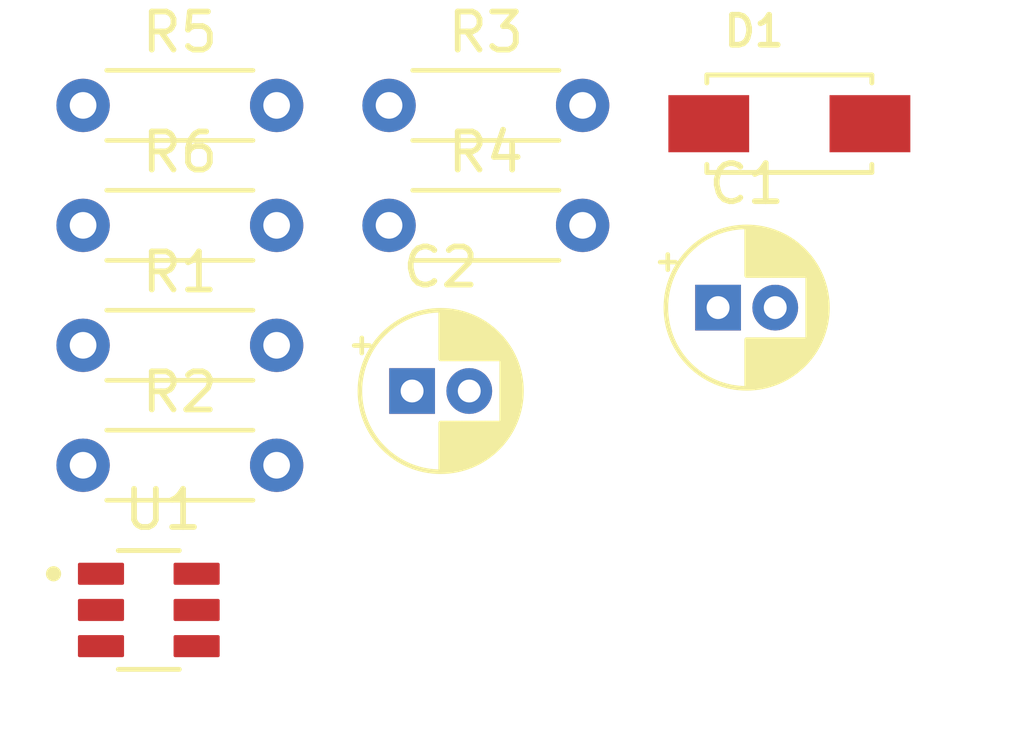
<source format=kicad_pcb>
(kicad_pcb (version 20211014) (generator pcbnew)
  (layers (0 "F.Cu" signal) (31 "B.Cu" signal) (34 "B.Paste" user) (35 "F.Paste" user) (36 "B.SilkS" user "B.Silkscreen") (37 "F.SilkS" user "F.Silkscreen") (38 "B.Mask" user) (39 "F.Mask" user) (44 "Edge.Cuts" user))
  (net 0 "")
  (net 1 "+12V")
  (net 2 "GND")
  (net 3 "-12V")
  (net 4 "Pilot_OUT")
  (net 5 "+3.3V")
  (net 6 "Net-(U1-Pad3)")
  (net 7 "Net-(U1-Pad1)")
  (net 8 "Pilot_ADC")
  (net 9 "Pilot_PWM")
  (footprint "symbols-footprints:SOT95P280X145-6N" (layer "F.Cu") (at 126.370199 95.75)
    (fp_text reference "U1" (at 0.375 -2.635) (layer "F.SilkS"))
    (fp_text value "TLV1805QDBVRQ1")
    (fp_line (start -0.8 1.56) (end 0.8 1.56) (layer "F.SilkS") (width 0.127))
    (fp_line (start 0.8 -1.56) (end -0.8 -1.56) (layer "F.SilkS") (width 0.127))
    (fp_circle (center -2.5 -0.95) (end -2.4 -0.95) (layer "F.SilkS") (width 0.2) (fill none))
    (pad "1" smd roundrect locked (at -1.255 -0.95) (size 1.21 0.58) (layers "F.Cu" "F.Paste" "F.Mask") (roundrect_rratio 0.07) (net 7 "Net-(U1-Pad1)"))
    (pad "2" smd roundrect locked (at -1.255 0) (size 1.21 0.58) (layers "F.Cu" "F.Paste" "F.Mask") (roundrect_rratio 0.07) (net 3 "-12V"))
    (pad "3" smd roundrect locked (at -1.255 0.95) (size 1.21 0.58) (layers "F.Cu" "F.Paste" "F.Mask") (roundrect_rratio 0.07) (net 6 "Net-(U1-Pad3)"))
    (pad "4" smd roundrect locked (at 1.255 0.95) (size 1.21 0.58) (layers "F.Cu" "F.Paste" "F.Mask") (roundrect_rratio 0.07) (net 9 "Pilot_PWM"))
    (pad "5" smd roundrect locked (at 1.255 0) (size 1.21 0.58) (layers "F.Cu" "F.Paste" "F.Mask") (roundrect_rratio 0.07) (net 3 "-12V"))
    (pad "6" smd roundrect locked (at 1.255 -0.95) (size 1.21 0.58) (layers "F.Cu" "F.Paste" "F.Mask") (roundrect_rratio 0.07) (net 1 "+12V"))
  )
  (footprint "Resistor_THT:R_Axial_DIN0204_L3.6mm_D1.6mm_P5.08mm_Horizontal" (layer "F.Cu") (at 124.645199 91.95)
    (fp_text reference "R2" (at 2.54 -1.92) (layer "F.SilkS"))
    (fp_text value "200k Tol1%")
    (fp_line (start 0.62 0.92) (end 4.46 0.92) (layer "F.SilkS") (width 0.12))
    (fp_line (start 0.62 -0.92) (end 4.46 -0.92) (layer "F.SilkS") (width 0.12))
    (pad "1" thru_hole circle (at 0 0) (size 1.4 1.4) (drill 0.7) (layers *.Cu *.Mask) (net 6 "Net-(U1-Pad3)"))
    (pad "2" thru_hole oval (at 5.08 0) (size 1.4 1.4) (drill 0.7) (layers *.Cu *.Mask) (net 2 "GND"))
  )
  (footprint "Resistor_THT:R_Axial_DIN0204_L3.6mm_D1.6mm_P5.08mm_Horizontal" (layer "F.Cu") (at 132.675199 82.5)
    (fp_text reference "R3" (at 2.54 -1.92) (layer "F.SilkS"))
    (fp_text value "1k Tol1%")
    (fp_line (start 0.62 -0.92) (end 4.46 -0.92) (layer "F.SilkS") (width 0.12))
    (fp_line (start 0.62 0.92) (end 4.46 0.92) (layer "F.SilkS") (width 0.12))
    (pad "1" thru_hole circle (at 0 0) (size 1.4 1.4) (drill 0.7) (layers *.Cu *.Mask) (net 7 "Net-(U1-Pad1)"))
    (pad "2" thru_hole oval (at 5.08 0) (size 1.4 1.4) (drill 0.7) (layers *.Cu *.Mask) (net 4 "Pilot_OUT"))
  )
  (footprint "Capacitor_THT:CP_Radial_D4.0mm_P1.50mm" (layer "F.Cu") (at 141.31 87.81)
    (fp_text reference "C1" (at 0.75 -3.25) (layer "F.SilkS"))
    (fp_text value "0.1uF 25V")
    (fp_line (start 1.39 0.84) (end 1.39 1.982) (layer "F.SilkS") (width 0.12))
    (fp_line (start 1.27 0.84) (end 1.27 2.016) (layer "F.SilkS") (width 0.12))
    (fp_line (start 1.23 0.84) (end 1.23 2.025) (layer "F.SilkS") (width 0.12))
    (fp_line (start 2.631 -0.94) (end 2.631 0.94) (layer "F.SilkS") (width 0.12))
    (fp_line (start 2.071 0.84) (end 2.071 1.619) (layer "F.SilkS") (width 0.12))
    (fp_line (start 1.791 -1.808) (end 1.791 -0.84) (layer "F.SilkS") (width 0.12))
    (fp_line (start 1.27 -2.016) (end 1.27 -0.84) (layer "F.SilkS") (width 0.12))
    (fp_line (start 1.631 -1.889) (end 1.631 -0.84) (layer "F.SilkS") (width 0.12))
    (fp_line (start 0.79 0.84) (end 0.79 2.08) (layer "F.SilkS") (width 0.12))
    (fp_line (start 1.631 0.84) (end 1.631 1.889) (layer "F.SilkS") (width 0.12))
    (fp_line (start 0.75 -2.08) (end 0.75 -0.84) (layer "F.SilkS") (width 0.12))
    (fp_line (start 1.31 -2.005) (end 1.31 -0.84) (layer "F.SilkS") (width 0.12))
    (fp_line (start 1.19 -2.034) (end 1.19 -0.84) (layer "F.SilkS") (width 0.12))
    (fp_line (start 1.471 -1.954) (end 1.471 -0.84) (layer "F.SilkS") (width 0.12))
    (fp_line (start 1.551 0.84) (end 1.551 1.924) (layer "F.SilkS") (width 0.12))
    (fp_line (start 1.511 -1.94) (end 1.511 -0.84) (layer "F.SilkS") (width 0.12))
    (fp_line (start 1.15 -2.042) (end 1.15 -0.84) (layer "F.SilkS") (width 0.12))
    (fp_line (start 1.911 0.84) (end 1.911 1.735) (layer "F.SilkS") (width 0.12))
    (fp_line (start 1.831 0.84) (end 1.831 1.785) (layer "F.SilkS") (width 0.12))
    (fp_line (start 1.471 0.84) (end 1.471 1.954) (layer "F.SilkS") (width 0.12))
    (fp_line (start 1.871 0.84) (end 1.871 1.76) (layer "F.SilkS") (width 0.12))
    (fp_line (start 1.591 -1.907) (end 1.591 -0.84) (layer "F.SilkS") (width 0.12))
    (fp_line (start 2.551 -1.08) (end 2.551 1.08) (layer "F.SilkS") (width 0.12))
    (fp_line (start -1.319801 -1.395) (end -1.319801 -0.995) (layer "F.SilkS") (width 0.12))
    (fp_line (start 0.91 0.84) (end 0.91 2.074) (layer "F.SilkS") (width 0.12))
    (fp_line (start 1.591 0.84) (end 1.591 1.907) (layer "F.SilkS") (width 0.12))
    (fp_line (start 1.35 0.84) (end 1.35 1.994) (layer "F.SilkS") (width 0.12))
    (fp_line (start 0.87 -2.077) (end 0.87 -0.84) (layer "F.SilkS") (width 0.12))
    (fp_line (start 1.551 -1.924) (end 1.551 -0.84) (layer "F.SilkS") (width 0.12))
    (fp_line (start 2.791 -0.537) (end 2.791 0.537) (layer "F.SilkS") (width 0.12))
    (fp_line (start 2.031 -1.65) (end 2.031 -0.84) (layer "F.SilkS") (width 0.12))
    (fp_line (start -1.519801 -1.195) (end -1.119801 -1.195) (layer "F.SilkS") (width 0.12))
    (fp_line (start 1.15 0.84) (end 1.15 2.042) (layer "F.SilkS") (width 0.12))
    (fp_line (start 2.111 0.84) (end 2.111 1.587) (layer "F.SilkS") (width 0.12))
    (fp_line (start 1.35 -1.994) (end 1.35 -0.84) (layer "F.SilkS") (width 0.12))
    (fp_line (start 2.031 0.84) (end 2.031 1.65) (layer "F.SilkS") (width 0.12))
    (fp_line (start 0.75 0.84) (end 0.75 2.08) (layer "F.SilkS") (width 0.12))
    (fp_line (start 1.07 0.84) (end 1.07 2.056) (layer "F.SilkS") (width 0.12))
    (fp_line (start 1.831 -1.785) (end 1.831 -0.84) (layer "F.SilkS") (width 0.12))
    (fp_line (start 2.671 -0.859) (end 2.671 0.859) (layer "F.SilkS") (width 0.12))
    (fp_line (start 2.111 -1.587) (end 2.111 -0.84) (layer "F.SilkS") (width 0.12))
    (fp_line (start 1.03 0.84) (end 1.03 2.062) (layer "F.SilkS") (width 0.12))
    (fp_line (start 2.191 -1.516) (end 2.191 -0.84) (layer "F.SilkS") (width 0.12))
    (fp_line (start 1.39 -1.982) (end 1.39 -0.84) (layer "F.SilkS") (width 0.12))
    (fp_line (start 2.831 -0.37) (end 2.831 0.37) (layer "F.SilkS") (width 0.12))
    (fp_line (start 0.95 -2.071) (end 0.95 -0.84) (layer "F.SilkS") (width 0.12))
    (fp_line (start 2.271 -1.438) (end 2.271 -0.84) (layer "F.SilkS") (width 0.12))
    (fp_line (start 1.19 0.84) (end 1.19 2.034) (layer "F.SilkS") (width 0.12))
    (fp_line (start 0.95 0.84) (end 0.95 2.071) (layer "F.SilkS") (width 0.12))
    (fp_line (start 1.951 0.84) (end 1.951 1.708) (layer "F.SilkS") (width 0.12))
    (fp_line (start 2.431 -1.254) (end 2.431 1.254) (layer "F.SilkS") (width 0.12))
    (fp_line (start 2.151 -1.552) (end 2.151 -0.84) (layer "F.SilkS") (width 0.12))
    (fp_line (start 0.99 -2.067) (end 0.99 -0.84) (layer "F.SilkS") (width 0.12))
    (fp_line (start 2.151 0.84) (end 2.151 1.552) (layer "F.SilkS") (width 0.12))
    (fp_line (start 1.751 -1.83) (end 1.751 -0.84) (layer "F.SilkS") (width 0.12))
    (fp_line (start 1.511 0.84) (end 1.511 1.94) (layer "F.SilkS") (width 0.12))
    (fp_line (start 2.351 -1.351) (end 2.351 1.351) (layer "F.SilkS") (width 0.12))
    (fp_line (start 2.391 -1.304) (end 2.391 1.304) (layer "F.SilkS") (width 0.12))
    (fp_line (start 1.911 -1.735) (end 1.911 -0.84) (layer "F.SilkS") (width 0.12))
    (fp_line (start 0.79 -2.08) (end 0.79 -0.84) (layer "F.SilkS") (width 0.12))
    (fp_line (start 1.711 0.84) (end 1.711 1.851) (layer "F.SilkS") (width 0.12))
    (fp_line (start 1.11 0.84) (end 1.11 2.05) (layer "F.SilkS") (width 0.12))
    (fp_line (start 1.751 0.84) (end 1.751 1.83) (layer "F.SilkS") (width 0.12))
    (fp_line (start 0.87 0.84) (end 0.87 2.077) (layer "F.SilkS") (width 0.12))
    (fp_line (start 0.83 0.84) (end 0.83 2.079) (layer "F.SilkS") (width 0.12))
    (fp_line (start 2.071 -1.619) (end 2.071 -0.84) (layer "F.SilkS") (width 0.12))
    (fp_line (start 2.751 -0.664) (end 2.751 0.664) (layer "F.SilkS") (width 0.12))
    (fp_line (start 1.23 -2.025) (end 1.23 -0.84) (layer "F.SilkS") (width 0.12))
    (fp_line (start 1.43 0.84) (end 1.43 1.968) (layer "F.SilkS") (width 0.12))
    (fp_line (start 1.871 -1.76) (end 1.871 -0.84) (layer "F.SilkS") (width 0.12))
    (fp_line (start 2.271 0.84) (end 2.271 1.438) (layer "F.SilkS") (width 0.12))
    (fp_line (start 2.511 -1.142) (end 2.511 1.142) (layer "F.SilkS") (width 0.12))
    (fp_line (start 1.791 0.84) (end 1.791 1.808) (layer "F.SilkS") (width 0.12))
    (fp_line (start 1.671 0.84) (end 1.671 1.87) (layer "F.SilkS") (width 0.12))
    (fp_line (start 1.31 0.84) (end 1.31 2.005) (layer "F.SilkS") (width 0.12))
    (fp_line (start 2.311 -1.396) (end 2.311 -0.84) (layer "F.SilkS") (width 0.12))
    (fp_line (start 1.11 -2.05) (end 1.11 -0.84) (layer "F.SilkS") (width 0.12))
    (fp_line (start 2.591 -1.013) (end 2.591 1.013) (layer "F.SilkS") (width 0.12))
    (fp_line (start 0.99 0.84) (end 0.99 2.067) (layer "F.SilkS") (width 0.12))
    (fp_line (start 1.711 -1.851) (end 1.711 -0.84) (layer "F.SilkS") (width 0.12))
    (fp_line (start 0.83 -2.079) (end 0.83 -0.84) (layer "F.SilkS") (width 0.12))
    (fp_line (start 2.231 -1.478) (end 2.231 -0.84) (layer "F.SilkS") (width 0.12))
    (fp_line (start 2.311 0.84) (end 2.311 1.396) (layer "F.SilkS") (width 0.12))
    (fp_line (start 2.191 0.84) (end 2.191 1.516) (layer "F.SilkS") (width 0.12))
    (fp_line (start 1.991 -1.68) (end 1.991 -0.84) (layer "F.SilkS") (width 0.12))
    (fp_line (start 1.991 0.84) (end 1.991 1.68) (layer "F.SilkS") (width 0.12))
    (fp_line (start 2.231 0.84) (end 2.231 1.478) (layer "F.SilkS") (width 0.12))
    (fp_line (start 2.471 -1.2) (end 2.471 1.2) (layer "F.SilkS") (width 0.12))
    (fp_line (start 1.671 -1.87) (end 1.671 -0.84) (layer "F.SilkS") (width 0.12))
    (fp_line (start 1.951 -1.708) (end 1.951 -0.84) (layer "F.SilkS") (width 0.12))
    (fp_line (start 1.03 -2.062) (end 1.03 -0.84) (layer "F.SilkS") (width 0.12))
    (fp_line (start 0.91 -2.074) (end 0.91 -0.84) (layer "F.SilkS") (width 0.12))
    (fp_line (start 1.43 -1.968) (end 1.43 -0.84) (layer "F.SilkS") (width 0.12))
    (fp_line (start 2.711 -0.768) (end 2.711 0.768) (layer "F.SilkS") (width 0.12))
    (fp_line (start 1.07 -2.056) (end 1.07 -0.84) (layer "F.SilkS") (width 0.12))
    (fp_circle (center 0.75 0) (end 2.87 0) (layer "F.SilkS") (width 0.12) (fill none))
    (pad "1" thru_hole rect (at 0 0) (size 1.2 1.2) (drill 0.6) (layers *.Cu *.Mask) (net 1 "+12V"))
    (pad "2" thru_hole circle (at 1.5 0) (size 1.2 1.2) (drill 0.6) (layers *.Cu *.Mask) (net 2 "GND"))
  )
  (footprint "Capacitor_THT:CP_Radial_D4.0mm_P1.50mm" (layer "F.Cu") (at 133.28 90)
    (fp_text reference "C2" (at 0.75 -3.25) (layer "F.SilkS"))
    (fp_text value "0.1uF 25V")
    (fp_line (start 0.79 0.84) (end 0.79 2.08) (layer "F.SilkS") (width 0.12))
    (fp_line (start 1.711 -1.851) (end 1.711 -0.84) (layer "F.SilkS") (width 0.12))
    (fp_line (start 1.15 0.84) (end 1.15 2.042) (layer "F.SilkS") (width 0.12))
    (fp_line (start 1.511 -1.94) (end 1.511 -0.84) (layer "F.SilkS") (width 0.12))
    (fp_line (start 1.35 0.84) (end 1.35 1.994) (layer "F.SilkS") (width 0.12))
    (fp_line (start 1.871 0.84) (end 1.871 1.76) (layer "F.SilkS") (width 0.12))
    (fp_line (start 1.591 -1.907) (end 1.591 -0.84) (layer "F.SilkS") (width 0.12))
    (fp_line (start 2.351 -1.351) (end 2.351 1.351) (layer "F.SilkS") (width 0.12))
    (fp_line (start 1.07 -2.056) (end 1.07 -0.84) (layer "F.SilkS") (width 0.12))
    (fp_line (start 2.311 -1.396) (end 2.311 -0.84) (layer "F.SilkS") (width 0.12))
    (fp_line (start 2.231 -1.478) (end 2.231 -0.84) (layer "F.SilkS") (width 0.12))
    (fp_line (start 0.79 -2.08) (end 0.79 -0.84) (layer "F.SilkS") (width 0.12))
    (fp_line (start 0.99 0.84) (end 0.99 2.067) (layer "F.SilkS") (width 0.12))
    (fp_line (start 1.39 0.84) (end 1.39 1.982) (layer "F.SilkS") (width 0.12))
    (fp_line (start 1.27 -2.016) (end 1.27 -0.84) (layer "F.SilkS") (width 0.12))
    (fp_line (start 0.83 -2.079) (end 0.83 -0.84) (layer "F.SilkS") (width 0.12))
    (fp_line (start 2.271 0.84) (end 2.271 1.438) (layer "F.SilkS") (width 0.12))
    (fp_line (start 0.91 0.84) (end 0.91 2.074) (layer "F.SilkS") (width 0.12))
    (fp_line (start 0.83 0.84) (end 0.83 2.079) (layer "F.SilkS") (width 0.12))
    (fp_line (start 2.631 -0.94) (end 2.631 0.94) (layer "F.SilkS") (width 0.12))
    (fp_line (start 1.831 -1.785) (end 1.831 -0.84) (layer "F.SilkS") (width 0.12))
    (fp_line (start 1.43 -1.968) (end 1.43 -0.84) (layer "F.SilkS") (width 0.12))
    (fp_line (start 1.671 -1.87) (end 1.671 -0.84) (layer "F.SilkS") (width 0.12))
    (fp_line (start 1.711 0.84) (end 1.711 1.851) (layer "F.SilkS") (width 0.12))
    (fp_line (start 1.471 -1.954) (end 1.471 -0.84) (layer "F.SilkS") (width 0.12))
    (fp_line (start 2.391 -1.304) (end 2.391 1.304) (layer "F.SilkS") (width 0.12))
    (fp_line (start 1.551 -1.924) (end 1.551 -0.84) (layer "F.SilkS") (width 0.12))
    (fp_line (start 2.191 -1.516) (end 2.191 -0.84) (layer "F.SilkS") (width 0.12))
    (fp_line (start 1.911 -1.735) (end 1.911 -0.84) (layer "F.SilkS") (width 0.12))
    (fp_line (start 1.831 0.84) (end 1.831 1.785) (layer "F.SilkS") (width 0.12))
    (fp_line (start 1.911 0.84) (end 1.911 1.735) (layer "F.SilkS") (width 0.12))
    (fp_line (start -1.319801 -1.395) (end -1.319801 -0.995) (layer "F.SilkS") (width 0.12))
    (fp_line (start 2.071 0.84) (end 2.071 1.619) (layer "F.SilkS") (width 0.12))
    (fp_line (start 1.19 0.84) (end 1.19 2.034) (layer "F.SilkS") (width 0.12))
    (fp_line (start 2.471 -1.2) (end 2.471 1.2) (layer "F.SilkS") (width 0.12))
    (fp_line (start 2.031 0.84) (end 2.031 1.65) (layer "F.SilkS") (width 0.12))
    (fp_line (start 1.03 0.84) (end 1.03 2.062) (layer "F.SilkS") (width 0.12))
    (fp_line (start 1.591 0.84) (end 1.591 1.907) (layer "F.SilkS") (width 0.12))
    (fp_line (start 1.791 -1.808) (end 1.791 -0.84) (layer "F.SilkS") (width 0.12))
    (fp_line (start 2.191 0.84) (end 2.191 1.516) (layer "F.SilkS") (width 0.12))
    (fp_line (start 1.31 -2.005) (end 1.31 -0.84) (layer "F.SilkS") (width 0.12))
    (fp_line (start 1.15 -2.042) (end 1.15 -0.84) (layer "F.SilkS") (width 0.12))
    (fp_line (start 2.031 -1.65) (end 2.031 -0.84) (layer "F.SilkS") (width 0.12))
    (fp_line (start 2.711 -0.768) (end 2.711 0.768) (layer "F.SilkS") (width 0.12))
    (fp_line (start 2.151 0.84) (end 2.151 1.552) (layer "F.SilkS") (width 0.12))
    (fp_line (start 1.23 -2.025) (end 1.23 -0.84) (layer "F.SilkS") (width 0.12))
    (fp_line (start 1.39 -1.982) (end 1.39 -0.84) (layer "F.SilkS") (width 0.12))
    (fp_line (start 0.75 0.84) (end 0.75 2.08) (layer "F.SilkS") (width 0.12))
    (fp_line (start 1.19 -2.034) (end 1.19 -0.84) (layer "F.SilkS") (width 0.12))
    (fp_line (start 2.511 -1.142) (end 2.511 1.142) (layer "F.SilkS") (width 0.12))
    (fp_line (start 2.831 -0.37) (end 2.831 0.37) (layer "F.SilkS") (width 0.12))
    (fp_line (start 1.791 0.84) (end 1.791 1.808) (layer "F.SilkS") (width 0.12))
    (fp_line (start 0.99 -2.067) (end 0.99 -0.84) (layer "F.SilkS") (width 0.12))
    (fp_line (start 2.591 -1.013) (end 2.591 1.013) (layer "F.SilkS") (width 0.12))
    (fp_line (start 1.951 0.84) (end 1.951 1.708) (layer "F.SilkS") (width 0.12))
    (fp_line (start 1.991 -1.68) (end 1.991 -0.84) (layer "F.SilkS") (width 0.12))
    (fp_line (start 2.551 -1.08) (end 2.551 1.08) (layer "F.SilkS") (width 0.12))
    (fp_line (start 1.751 0.84) (end 1.751 1.83) (layer "F.SilkS") (width 0.12))
    (fp_line (start 2.671 -0.859) (end 2.671 0.859) (layer "F.SilkS") (width 0.12))
    (fp_line (start 1.991 0.84) (end 1.991 1.68) (layer "F.SilkS") (width 0.12))
    (fp_line (start 2.431 -1.254) (end 2.431 1.254) (layer "F.SilkS") (width 0.12))
    (fp_line (start 1.751 -1.83) (end 1.751 -0.84) (layer "F.SilkS") (width 0.12))
    (fp_line (start 0.95 -2.071) (end 0.95 -0.84) (layer "F.SilkS") (width 0.12))
    (fp_line (start 0.95 0.84) (end 0.95 2.071) (layer "F.SilkS") (width 0.12))
    (fp_line (start 2.311 0.84) (end 2.311 1.396) (layer "F.SilkS") (width 0.12))
    (fp_line (start 1.07 0.84) (end 1.07 2.056) (layer "F.SilkS") (width 0.12))
    (fp_line (start 2.271 -1.438) (end 2.271 -0.84) (layer "F.SilkS") (width 0.12))
    (fp_line (start 1.11 0.84) (end 1.11 2.05) (layer "F.SilkS") (width 0.12))
    (fp_line (start 1.631 0.84) (end 1.631 1.889) (layer "F.SilkS") (width 0.12))
    (fp_line (start 1.951 -1.708) (end 1.951 -0.84) (layer "F.SilkS") (width 0.12))
    (fp_line (start 2.751 -0.664) (end 2.751 0.664) (layer "F.SilkS") (width 0.12))
    (fp_line (start 1.43 0.84) (end 1.43 1.968) (layer "F.SilkS") (width 0.12))
    (fp_line (start 1.31 0.84) (end 1.31 2.005) (layer "F.SilkS") (width 0.12))
    (fp_line (start 0.87 -2.077) (end 0.87 -0.84) (layer "F.SilkS") (width 0.12))
    (fp_line (start 1.471 0.84) (end 1.471 1.954) (layer "F.SilkS") (width 0.12))
    (fp_line (start 1.871 -1.76) (end 1.871 -0.84) (layer "F.SilkS") (width 0.12))
    (fp_line (start 1.551 0.84) (end 1.551 1.924) (layer "F.SilkS") (width 0.12))
    (fp_line (start 1.23 0.84) (end 1.23 2.025) (layer "F.SilkS") (width 0.12))
    (fp_line (start 2.111 -1.587) (end 2.111 -0.84) (layer "F.SilkS") (width 0.12))
    (fp_line (start 2.231 0.84) (end 2.231 1.478) (layer "F.SilkS") (width 0.12))
    (fp_line (start 1.671 0.84) (end 1.671 1.87) (layer "F.SilkS") (width 0.12))
    (fp_line (start 1.35 -1.994) (end 1.35 -0.84) (layer "F.SilkS") (width 0.12))
    (fp_line (start 2.791 -0.537) (end 2.791 0.537) (layer "F.SilkS") (width 0.12))
    (fp_line (start 0.87 0.84) (end 0.87 2.077) (layer "F.SilkS") (width 0.12))
    (fp_line (start 2.111 0.84) (end 2.111 1.587) (layer "F.SilkS") (width 0.12))
    (fp_line (start 1.03 -2.062) (end 1.03 -0.84) (layer "F.SilkS") (width 0.12))
    (fp_line (start 1.631 -1.889) (end 1.631 -0.84) (layer "F.SilkS") (width 0.12))
    (fp_line (start -1.519801 -1.195) (end -1.119801 -1.195) (layer "F.SilkS") (width 0.12))
    (fp_line (start 2.151 -1.552) (end 2.151 -0.84) (layer "F.SilkS") (width 0.12))
    (fp_line (start 2.071 -1.619) (end 2.071 -0.84) (layer "F.SilkS") (width 0.12))
    (fp_line (start 1.11 -2.05) (end 1.11 -0.84) (layer "F.SilkS") (width 0.12))
    (fp_line (start 0.91 -2.074) (end 0.91 -0.84) (layer "F.SilkS") (width 0.12))
    (fp_line (start 1.27 0.84) (end 1.27 2.016) (layer "F.SilkS") (width 0.12))
    (fp_line (start 1.511 0.84) (end 1.511 1.94) (layer "F.SilkS") (width 0.12))
    (fp_line (start 0.75 -2.08) (end 0.75 -0.84) (layer "F.SilkS") (width 0.12))
    (fp_circle (center 0.75 0) (end 2.87 0) (layer "F.SilkS") (width 0.12) (fill none))
    (pad "1" thru_hole rect (at 0 0) (size 1.2 1.2) (drill 0.6) (layers *.Cu *.Mask) (net 3 "-12V"))
    (pad "2" thru_hole circle (at 1.5 0) (size 1.2 1.2) (drill 0.6) (layers *.Cu *.Mask) (net 2 "GND"))
  )
  (footprint "Resistor_THT:R_Axial_DIN0204_L3.6mm_D1.6mm_P5.08mm_Horizontal" (layer "F.Cu") (at 124.645199 85.65)
    (fp_text reference "R6" (at 2.54 -1.92) (layer "F.SilkS"))
    (fp_text value "56k Tol1%")
    (fp_line (start 0.62 -0.92) (end 4.46 -0.92) (layer "F.SilkS") (width 0.12))
    (fp_line (start 0.62 0.92) (end 4.46 0.92) (layer "F.SilkS") (width 0.12))
    (pad "1" thru_hole circle (at 0 0) (size 1.4 1.4) (drill 0.7) (layers *.Cu *.Mask) (net 5 "+3.3V"))
    (pad "2" thru_hole oval (at 5.08 0) (size 1.4 1.4) (drill 0.7) (layers *.Cu *.Mask) (net 8 "Pilot_ADC"))
  )
  (footprint "symbols-footprints:DIOM4325X250N" (layer "F.Cu") (at 143.180199 82.98)
    (fp_text reference "D1" (at -0.925 -2.43) (layer "F.SilkS") (effects (font (size 0.787402 0.787402))))
    (fp_text value "SMAJ14CA")
    (fp_line (start 2.165 -1.28) (end -2.165 -1.28) (layer "F.SilkS") (width 0.127))
    (fp_line (start -2.165 1.28) (end 2.165 1.28) (layer "F.SilkS") (width 0.127))
    (fp_line (start -2.165 1.28) (end -2.165 1.07) (layer "F.SilkS") (width 0.127))
    (fp_line (start -2.165 -1.28) (end -2.165 -1.07) (layer "F.SilkS") (width 0.127))
    (fp_line (start 2.165 1.28) (end 2.165 1.07) (layer "F.SilkS") (width 0.127))
    (fp_line (start 2.165 -1.07) (end 2.165 -1.28) (layer "F.SilkS") (width 0.127))
    (pad "1" smd rect locked (at -2.115 0) (size 2.12 1.5) (layers "F.Cu" "F.Paste" "F.Mask") (net 2 "GND"))
    (pad "2" smd rect locked (at 2.115 0) (size 2.12 1.5) (layers "F.Cu" "F.Paste" "F.Mask") (net 4 "Pilot_OUT"))
  )
  (footprint "Resistor_THT:R_Axial_DIN0204_L3.6mm_D1.6mm_P5.08mm_Horizontal" (layer "F.Cu") (at 124.645199 88.8)
    (fp_text reference "R1" (at 2.54 -1.92) (layer "F.SilkS"))
    (fp_text value "200k Tol1%")
    (fp_line (start 0.62 0.92) (end 4.46 0.92) (layer "F.SilkS") (width 0.12))
    (fp_line (start 0.62 -0.92) (end 4.46 -0.92) (layer "F.SilkS") (width 0.12))
    (pad "1" thru_hole circle (at 0 0) (size 1.4 1.4) (drill 0.7) (layers *.Cu *.Mask) (net 5 "+3.3V"))
    (pad "2" thru_hole oval (at 5.08 0) (size 1.4 1.4) (drill 0.7) (layers *.Cu *.Mask) (net 6 "Net-(U1-Pad3)"))
  )
  (footprint "Resistor_THT:R_Axial_DIN0204_L3.6mm_D1.6mm_P5.08mm_Horizontal" (layer "F.Cu") (at 124.645199 82.5)
    (fp_text reference "R5" (at 2.54 -1.92) (layer "F.SilkS"))
    (fp_text value "66.5k Tol1%")
    (fp_line (start 0.62 0.92) (end 4.46 0.92) (layer "F.SilkS") (width 0.12))
    (fp_line (start 0.62 -0.92) (end 4.46 -0.92) (layer "F.SilkS") (width 0.12))
    (pad "1" thru_hole circle (at 0 0) (size 1.4 1.4) (drill 0.7) (layers *.Cu *.Mask) (net 8 "Pilot_ADC"))
    (pad "2" thru_hole oval (at 5.08 0) (size 1.4 1.4) (drill 0.7) (layers *.Cu *.Mask) (net 2 "GND"))
  )
  (footprint "Resistor_THT:R_Axial_DIN0204_L3.6mm_D1.6mm_P5.08mm_Horizontal" (layer "F.Cu") (at 132.675199 85.65)
    (fp_text reference "R4" (at 2.54 -1.92) (layer "F.SilkS"))
    (fp_text value "200k Tol1%")
    (fp_line (start 0.62 0.92) (end 4.46 0.92) (layer "F.SilkS") (width 0.12))
    (fp_line (start 0.62 -0.92) (end 4.46 -0.92) (layer "F.SilkS") (width 0.12))
    (pad "1" thru_hole circle (at 0 0) (size 1.4 1.4) (drill 0.7) (layers *.Cu *.Mask) (net 4 "Pilot_OUT"))
    (pad "2" thru_hole oval (at 5.08 0) (size 1.4 1.4) (drill 0.7) (layers *.Cu *.Mask) (net 8 "Pilot_ADC"))
  )
)
</source>
